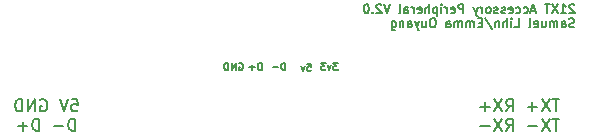
<source format=gbr>
%TF.GenerationSoftware,KiCad,Pcbnew,8.0.4*%
%TF.CreationDate,2025-04-09T21:22:43-04:00*%
%TF.ProjectId,accessory_peripheral,61636365-7373-46f7-9279-5f7065726970,rev?*%
%TF.SameCoordinates,Original*%
%TF.FileFunction,Legend,Bot*%
%TF.FilePolarity,Positive*%
%FSLAX46Y46*%
G04 Gerber Fmt 4.6, Leading zero omitted, Abs format (unit mm)*
G04 Created by KiCad (PCBNEW 8.0.4) date 2025-04-09 21:22:43*
%MOMM*%
%LPD*%
G01*
G04 APERTURE LIST*
%ADD10C,0.150000*%
%ADD11C,0.177800*%
G04 APERTURE END LIST*
D10*
X144279273Y-102835777D02*
X144336416Y-102807206D01*
X144336416Y-102807206D02*
X144422130Y-102807206D01*
X144422130Y-102807206D02*
X144507844Y-102835777D01*
X144507844Y-102835777D02*
X144564987Y-102892920D01*
X144564987Y-102892920D02*
X144593558Y-102950063D01*
X144593558Y-102950063D02*
X144622130Y-103064349D01*
X144622130Y-103064349D02*
X144622130Y-103150063D01*
X144622130Y-103150063D02*
X144593558Y-103264349D01*
X144593558Y-103264349D02*
X144564987Y-103321492D01*
X144564987Y-103321492D02*
X144507844Y-103378635D01*
X144507844Y-103378635D02*
X144422130Y-103407206D01*
X144422130Y-103407206D02*
X144364987Y-103407206D01*
X144364987Y-103407206D02*
X144279273Y-103378635D01*
X144279273Y-103378635D02*
X144250701Y-103350063D01*
X144250701Y-103350063D02*
X144250701Y-103150063D01*
X144250701Y-103150063D02*
X144364987Y-103150063D01*
X143993558Y-103407206D02*
X143993558Y-102807206D01*
X143993558Y-102807206D02*
X143650701Y-103407206D01*
X143650701Y-103407206D02*
X143650701Y-102807206D01*
X143364987Y-103407206D02*
X143364987Y-102807206D01*
X143364987Y-102807206D02*
X143222130Y-102807206D01*
X143222130Y-102807206D02*
X143136416Y-102835777D01*
X143136416Y-102835777D02*
X143079273Y-102892920D01*
X143079273Y-102892920D02*
X143050702Y-102950063D01*
X143050702Y-102950063D02*
X143022130Y-103064349D01*
X143022130Y-103064349D02*
X143022130Y-103150063D01*
X143022130Y-103150063D02*
X143050702Y-103264349D01*
X143050702Y-103264349D02*
X143079273Y-103321492D01*
X143079273Y-103321492D02*
X143136416Y-103378635D01*
X143136416Y-103378635D02*
X143222130Y-103407206D01*
X143222130Y-103407206D02*
X143364987Y-103407206D01*
X146193558Y-103407206D02*
X146193558Y-102807206D01*
X146193558Y-102807206D02*
X146050701Y-102807206D01*
X146050701Y-102807206D02*
X145964987Y-102835777D01*
X145964987Y-102835777D02*
X145907844Y-102892920D01*
X145907844Y-102892920D02*
X145879273Y-102950063D01*
X145879273Y-102950063D02*
X145850701Y-103064349D01*
X145850701Y-103064349D02*
X145850701Y-103150063D01*
X145850701Y-103150063D02*
X145879273Y-103264349D01*
X145879273Y-103264349D02*
X145907844Y-103321492D01*
X145907844Y-103321492D02*
X145964987Y-103378635D01*
X145964987Y-103378635D02*
X146050701Y-103407206D01*
X146050701Y-103407206D02*
X146193558Y-103407206D01*
X145593558Y-103178635D02*
X145136416Y-103178635D01*
X145364987Y-103407206D02*
X145364987Y-102950063D01*
X148193558Y-103407206D02*
X148193558Y-102807206D01*
X148193558Y-102807206D02*
X148050701Y-102807206D01*
X148050701Y-102807206D02*
X147964987Y-102835777D01*
X147964987Y-102835777D02*
X147907844Y-102892920D01*
X147907844Y-102892920D02*
X147879273Y-102950063D01*
X147879273Y-102950063D02*
X147850701Y-103064349D01*
X147850701Y-103064349D02*
X147850701Y-103150063D01*
X147850701Y-103150063D02*
X147879273Y-103264349D01*
X147879273Y-103264349D02*
X147907844Y-103321492D01*
X147907844Y-103321492D02*
X147964987Y-103378635D01*
X147964987Y-103378635D02*
X148050701Y-103407206D01*
X148050701Y-103407206D02*
X148193558Y-103407206D01*
X147593558Y-103178635D02*
X147136416Y-103178635D01*
X150057844Y-102857206D02*
X150343558Y-102857206D01*
X150343558Y-102857206D02*
X150372130Y-103142920D01*
X150372130Y-103142920D02*
X150343558Y-103114349D01*
X150343558Y-103114349D02*
X150286416Y-103085777D01*
X150286416Y-103085777D02*
X150143558Y-103085777D01*
X150143558Y-103085777D02*
X150086416Y-103114349D01*
X150086416Y-103114349D02*
X150057844Y-103142920D01*
X150057844Y-103142920D02*
X150029273Y-103200063D01*
X150029273Y-103200063D02*
X150029273Y-103342920D01*
X150029273Y-103342920D02*
X150057844Y-103400063D01*
X150057844Y-103400063D02*
X150086416Y-103428635D01*
X150086416Y-103428635D02*
X150143558Y-103457206D01*
X150143558Y-103457206D02*
X150286416Y-103457206D01*
X150286416Y-103457206D02*
X150343558Y-103428635D01*
X150343558Y-103428635D02*
X150372130Y-103400063D01*
X149829272Y-103057206D02*
X149686415Y-103457206D01*
X149686415Y-103457206D02*
X149543558Y-103057206D01*
X152650701Y-102807206D02*
X152279273Y-102807206D01*
X152279273Y-102807206D02*
X152479273Y-103035777D01*
X152479273Y-103035777D02*
X152393558Y-103035777D01*
X152393558Y-103035777D02*
X152336416Y-103064349D01*
X152336416Y-103064349D02*
X152307844Y-103092920D01*
X152307844Y-103092920D02*
X152279273Y-103150063D01*
X152279273Y-103150063D02*
X152279273Y-103292920D01*
X152279273Y-103292920D02*
X152307844Y-103350063D01*
X152307844Y-103350063D02*
X152336416Y-103378635D01*
X152336416Y-103378635D02*
X152393558Y-103407206D01*
X152393558Y-103407206D02*
X152564987Y-103407206D01*
X152564987Y-103407206D02*
X152622130Y-103378635D01*
X152622130Y-103378635D02*
X152650701Y-103350063D01*
X152079272Y-103007206D02*
X151936415Y-103407206D01*
X151936415Y-103407206D02*
X151793558Y-103007206D01*
X151622129Y-102807206D02*
X151250701Y-102807206D01*
X151250701Y-102807206D02*
X151450701Y-103035777D01*
X151450701Y-103035777D02*
X151364986Y-103035777D01*
X151364986Y-103035777D02*
X151307844Y-103064349D01*
X151307844Y-103064349D02*
X151279272Y-103092920D01*
X151279272Y-103092920D02*
X151250701Y-103150063D01*
X151250701Y-103150063D02*
X151250701Y-103292920D01*
X151250701Y-103292920D02*
X151279272Y-103350063D01*
X151279272Y-103350063D02*
X151307844Y-103378635D01*
X151307844Y-103378635D02*
X151364986Y-103407206D01*
X151364986Y-103407206D02*
X151536415Y-103407206D01*
X151536415Y-103407206D02*
X151593558Y-103378635D01*
X151593558Y-103378635D02*
X151622129Y-103350063D01*
D11*
X172662769Y-97898391D02*
X172627055Y-97862677D01*
X172627055Y-97862677D02*
X172555627Y-97826963D01*
X172555627Y-97826963D02*
X172377055Y-97826963D01*
X172377055Y-97826963D02*
X172305627Y-97862677D01*
X172305627Y-97862677D02*
X172269912Y-97898391D01*
X172269912Y-97898391D02*
X172234198Y-97969820D01*
X172234198Y-97969820D02*
X172234198Y-98041249D01*
X172234198Y-98041249D02*
X172269912Y-98148391D01*
X172269912Y-98148391D02*
X172698484Y-98576963D01*
X172698484Y-98576963D02*
X172234198Y-98576963D01*
X171519912Y-98576963D02*
X171948483Y-98576963D01*
X171734198Y-98576963D02*
X171734198Y-97826963D01*
X171734198Y-97826963D02*
X171805626Y-97934106D01*
X171805626Y-97934106D02*
X171877055Y-98005534D01*
X171877055Y-98005534D02*
X171948483Y-98041249D01*
X171269912Y-97826963D02*
X170769912Y-98576963D01*
X170769912Y-97826963D02*
X171269912Y-98576963D01*
X170591340Y-97826963D02*
X170162769Y-97826963D01*
X170377054Y-98576963D02*
X170377054Y-97826963D01*
X169377053Y-98362677D02*
X169019911Y-98362677D01*
X169448482Y-98576963D02*
X169198482Y-97826963D01*
X169198482Y-97826963D02*
X168948482Y-98576963D01*
X168377054Y-98541249D02*
X168448482Y-98576963D01*
X168448482Y-98576963D02*
X168591339Y-98576963D01*
X168591339Y-98576963D02*
X168662768Y-98541249D01*
X168662768Y-98541249D02*
X168698482Y-98505534D01*
X168698482Y-98505534D02*
X168734196Y-98434106D01*
X168734196Y-98434106D02*
X168734196Y-98219820D01*
X168734196Y-98219820D02*
X168698482Y-98148391D01*
X168698482Y-98148391D02*
X168662768Y-98112677D01*
X168662768Y-98112677D02*
X168591339Y-98076963D01*
X168591339Y-98076963D02*
X168448482Y-98076963D01*
X168448482Y-98076963D02*
X168377054Y-98112677D01*
X167734197Y-98541249D02*
X167805625Y-98576963D01*
X167805625Y-98576963D02*
X167948482Y-98576963D01*
X167948482Y-98576963D02*
X168019911Y-98541249D01*
X168019911Y-98541249D02*
X168055625Y-98505534D01*
X168055625Y-98505534D02*
X168091339Y-98434106D01*
X168091339Y-98434106D02*
X168091339Y-98219820D01*
X168091339Y-98219820D02*
X168055625Y-98148391D01*
X168055625Y-98148391D02*
X168019911Y-98112677D01*
X168019911Y-98112677D02*
X167948482Y-98076963D01*
X167948482Y-98076963D02*
X167805625Y-98076963D01*
X167805625Y-98076963D02*
X167734197Y-98112677D01*
X167127054Y-98541249D02*
X167198482Y-98576963D01*
X167198482Y-98576963D02*
X167341340Y-98576963D01*
X167341340Y-98576963D02*
X167412768Y-98541249D01*
X167412768Y-98541249D02*
X167448482Y-98469820D01*
X167448482Y-98469820D02*
X167448482Y-98184106D01*
X167448482Y-98184106D02*
X167412768Y-98112677D01*
X167412768Y-98112677D02*
X167341340Y-98076963D01*
X167341340Y-98076963D02*
X167198482Y-98076963D01*
X167198482Y-98076963D02*
X167127054Y-98112677D01*
X167127054Y-98112677D02*
X167091340Y-98184106D01*
X167091340Y-98184106D02*
X167091340Y-98255534D01*
X167091340Y-98255534D02*
X167448482Y-98326963D01*
X166805625Y-98541249D02*
X166734197Y-98576963D01*
X166734197Y-98576963D02*
X166591340Y-98576963D01*
X166591340Y-98576963D02*
X166519911Y-98541249D01*
X166519911Y-98541249D02*
X166484197Y-98469820D01*
X166484197Y-98469820D02*
X166484197Y-98434106D01*
X166484197Y-98434106D02*
X166519911Y-98362677D01*
X166519911Y-98362677D02*
X166591340Y-98326963D01*
X166591340Y-98326963D02*
X166698483Y-98326963D01*
X166698483Y-98326963D02*
X166769911Y-98291249D01*
X166769911Y-98291249D02*
X166805625Y-98219820D01*
X166805625Y-98219820D02*
X166805625Y-98184106D01*
X166805625Y-98184106D02*
X166769911Y-98112677D01*
X166769911Y-98112677D02*
X166698483Y-98076963D01*
X166698483Y-98076963D02*
X166591340Y-98076963D01*
X166591340Y-98076963D02*
X166519911Y-98112677D01*
X166198482Y-98541249D02*
X166127054Y-98576963D01*
X166127054Y-98576963D02*
X165984197Y-98576963D01*
X165984197Y-98576963D02*
X165912768Y-98541249D01*
X165912768Y-98541249D02*
X165877054Y-98469820D01*
X165877054Y-98469820D02*
X165877054Y-98434106D01*
X165877054Y-98434106D02*
X165912768Y-98362677D01*
X165912768Y-98362677D02*
X165984197Y-98326963D01*
X165984197Y-98326963D02*
X166091340Y-98326963D01*
X166091340Y-98326963D02*
X166162768Y-98291249D01*
X166162768Y-98291249D02*
X166198482Y-98219820D01*
X166198482Y-98219820D02*
X166198482Y-98184106D01*
X166198482Y-98184106D02*
X166162768Y-98112677D01*
X166162768Y-98112677D02*
X166091340Y-98076963D01*
X166091340Y-98076963D02*
X165984197Y-98076963D01*
X165984197Y-98076963D02*
X165912768Y-98112677D01*
X165448482Y-98576963D02*
X165519911Y-98541249D01*
X165519911Y-98541249D02*
X165555625Y-98505534D01*
X165555625Y-98505534D02*
X165591339Y-98434106D01*
X165591339Y-98434106D02*
X165591339Y-98219820D01*
X165591339Y-98219820D02*
X165555625Y-98148391D01*
X165555625Y-98148391D02*
X165519911Y-98112677D01*
X165519911Y-98112677D02*
X165448482Y-98076963D01*
X165448482Y-98076963D02*
X165341339Y-98076963D01*
X165341339Y-98076963D02*
X165269911Y-98112677D01*
X165269911Y-98112677D02*
X165234197Y-98148391D01*
X165234197Y-98148391D02*
X165198482Y-98219820D01*
X165198482Y-98219820D02*
X165198482Y-98434106D01*
X165198482Y-98434106D02*
X165234197Y-98505534D01*
X165234197Y-98505534D02*
X165269911Y-98541249D01*
X165269911Y-98541249D02*
X165341339Y-98576963D01*
X165341339Y-98576963D02*
X165448482Y-98576963D01*
X164877054Y-98576963D02*
X164877054Y-98076963D01*
X164877054Y-98219820D02*
X164841340Y-98148391D01*
X164841340Y-98148391D02*
X164805626Y-98112677D01*
X164805626Y-98112677D02*
X164734197Y-98076963D01*
X164734197Y-98076963D02*
X164662768Y-98076963D01*
X164484197Y-98076963D02*
X164305625Y-98576963D01*
X164127054Y-98076963D02*
X164305625Y-98576963D01*
X164305625Y-98576963D02*
X164377054Y-98755534D01*
X164377054Y-98755534D02*
X164412768Y-98791249D01*
X164412768Y-98791249D02*
X164484197Y-98826963D01*
X163269910Y-98576963D02*
X163269910Y-97826963D01*
X163269910Y-97826963D02*
X162984196Y-97826963D01*
X162984196Y-97826963D02*
X162912767Y-97862677D01*
X162912767Y-97862677D02*
X162877053Y-97898391D01*
X162877053Y-97898391D02*
X162841339Y-97969820D01*
X162841339Y-97969820D02*
X162841339Y-98076963D01*
X162841339Y-98076963D02*
X162877053Y-98148391D01*
X162877053Y-98148391D02*
X162912767Y-98184106D01*
X162912767Y-98184106D02*
X162984196Y-98219820D01*
X162984196Y-98219820D02*
X163269910Y-98219820D01*
X162234196Y-98541249D02*
X162305624Y-98576963D01*
X162305624Y-98576963D02*
X162448482Y-98576963D01*
X162448482Y-98576963D02*
X162519910Y-98541249D01*
X162519910Y-98541249D02*
X162555624Y-98469820D01*
X162555624Y-98469820D02*
X162555624Y-98184106D01*
X162555624Y-98184106D02*
X162519910Y-98112677D01*
X162519910Y-98112677D02*
X162448482Y-98076963D01*
X162448482Y-98076963D02*
X162305624Y-98076963D01*
X162305624Y-98076963D02*
X162234196Y-98112677D01*
X162234196Y-98112677D02*
X162198482Y-98184106D01*
X162198482Y-98184106D02*
X162198482Y-98255534D01*
X162198482Y-98255534D02*
X162555624Y-98326963D01*
X161877053Y-98576963D02*
X161877053Y-98076963D01*
X161877053Y-98219820D02*
X161841339Y-98148391D01*
X161841339Y-98148391D02*
X161805625Y-98112677D01*
X161805625Y-98112677D02*
X161734196Y-98076963D01*
X161734196Y-98076963D02*
X161662767Y-98076963D01*
X161412767Y-98576963D02*
X161412767Y-98076963D01*
X161412767Y-97826963D02*
X161448481Y-97862677D01*
X161448481Y-97862677D02*
X161412767Y-97898391D01*
X161412767Y-97898391D02*
X161377053Y-97862677D01*
X161377053Y-97862677D02*
X161412767Y-97826963D01*
X161412767Y-97826963D02*
X161412767Y-97898391D01*
X161055624Y-98076963D02*
X161055624Y-98826963D01*
X161055624Y-98112677D02*
X160984196Y-98076963D01*
X160984196Y-98076963D02*
X160841338Y-98076963D01*
X160841338Y-98076963D02*
X160769910Y-98112677D01*
X160769910Y-98112677D02*
X160734196Y-98148391D01*
X160734196Y-98148391D02*
X160698481Y-98219820D01*
X160698481Y-98219820D02*
X160698481Y-98434106D01*
X160698481Y-98434106D02*
X160734196Y-98505534D01*
X160734196Y-98505534D02*
X160769910Y-98541249D01*
X160769910Y-98541249D02*
X160841338Y-98576963D01*
X160841338Y-98576963D02*
X160984196Y-98576963D01*
X160984196Y-98576963D02*
X161055624Y-98541249D01*
X160377053Y-98576963D02*
X160377053Y-97826963D01*
X160055625Y-98576963D02*
X160055625Y-98184106D01*
X160055625Y-98184106D02*
X160091339Y-98112677D01*
X160091339Y-98112677D02*
X160162767Y-98076963D01*
X160162767Y-98076963D02*
X160269910Y-98076963D01*
X160269910Y-98076963D02*
X160341339Y-98112677D01*
X160341339Y-98112677D02*
X160377053Y-98148391D01*
X159412768Y-98541249D02*
X159484196Y-98576963D01*
X159484196Y-98576963D02*
X159627054Y-98576963D01*
X159627054Y-98576963D02*
X159698482Y-98541249D01*
X159698482Y-98541249D02*
X159734196Y-98469820D01*
X159734196Y-98469820D02*
X159734196Y-98184106D01*
X159734196Y-98184106D02*
X159698482Y-98112677D01*
X159698482Y-98112677D02*
X159627054Y-98076963D01*
X159627054Y-98076963D02*
X159484196Y-98076963D01*
X159484196Y-98076963D02*
X159412768Y-98112677D01*
X159412768Y-98112677D02*
X159377054Y-98184106D01*
X159377054Y-98184106D02*
X159377054Y-98255534D01*
X159377054Y-98255534D02*
X159734196Y-98326963D01*
X159055625Y-98576963D02*
X159055625Y-98076963D01*
X159055625Y-98219820D02*
X159019911Y-98148391D01*
X159019911Y-98148391D02*
X158984197Y-98112677D01*
X158984197Y-98112677D02*
X158912768Y-98076963D01*
X158912768Y-98076963D02*
X158841339Y-98076963D01*
X158269911Y-98576963D02*
X158269911Y-98184106D01*
X158269911Y-98184106D02*
X158305625Y-98112677D01*
X158305625Y-98112677D02*
X158377053Y-98076963D01*
X158377053Y-98076963D02*
X158519911Y-98076963D01*
X158519911Y-98076963D02*
X158591339Y-98112677D01*
X158269911Y-98541249D02*
X158341339Y-98576963D01*
X158341339Y-98576963D02*
X158519911Y-98576963D01*
X158519911Y-98576963D02*
X158591339Y-98541249D01*
X158591339Y-98541249D02*
X158627053Y-98469820D01*
X158627053Y-98469820D02*
X158627053Y-98398391D01*
X158627053Y-98398391D02*
X158591339Y-98326963D01*
X158591339Y-98326963D02*
X158519911Y-98291249D01*
X158519911Y-98291249D02*
X158341339Y-98291249D01*
X158341339Y-98291249D02*
X158269911Y-98255534D01*
X157805625Y-98576963D02*
X157877054Y-98541249D01*
X157877054Y-98541249D02*
X157912768Y-98469820D01*
X157912768Y-98469820D02*
X157912768Y-97826963D01*
X157055625Y-97826963D02*
X156805625Y-98576963D01*
X156805625Y-98576963D02*
X156555625Y-97826963D01*
X156341339Y-97898391D02*
X156305625Y-97862677D01*
X156305625Y-97862677D02*
X156234197Y-97826963D01*
X156234197Y-97826963D02*
X156055625Y-97826963D01*
X156055625Y-97826963D02*
X155984197Y-97862677D01*
X155984197Y-97862677D02*
X155948482Y-97898391D01*
X155948482Y-97898391D02*
X155912768Y-97969820D01*
X155912768Y-97969820D02*
X155912768Y-98041249D01*
X155912768Y-98041249D02*
X155948482Y-98148391D01*
X155948482Y-98148391D02*
X156377054Y-98576963D01*
X156377054Y-98576963D02*
X155912768Y-98576963D01*
X155591339Y-98505534D02*
X155555625Y-98541249D01*
X155555625Y-98541249D02*
X155591339Y-98576963D01*
X155591339Y-98576963D02*
X155627053Y-98541249D01*
X155627053Y-98541249D02*
X155591339Y-98505534D01*
X155591339Y-98505534D02*
X155591339Y-98576963D01*
X155091339Y-97826963D02*
X155019910Y-97826963D01*
X155019910Y-97826963D02*
X154948482Y-97862677D01*
X154948482Y-97862677D02*
X154912768Y-97898391D01*
X154912768Y-97898391D02*
X154877053Y-97969820D01*
X154877053Y-97969820D02*
X154841339Y-98112677D01*
X154841339Y-98112677D02*
X154841339Y-98291249D01*
X154841339Y-98291249D02*
X154877053Y-98434106D01*
X154877053Y-98434106D02*
X154912768Y-98505534D01*
X154912768Y-98505534D02*
X154948482Y-98541249D01*
X154948482Y-98541249D02*
X155019910Y-98576963D01*
X155019910Y-98576963D02*
X155091339Y-98576963D01*
X155091339Y-98576963D02*
X155162768Y-98541249D01*
X155162768Y-98541249D02*
X155198482Y-98505534D01*
X155198482Y-98505534D02*
X155234196Y-98434106D01*
X155234196Y-98434106D02*
X155269910Y-98291249D01*
X155269910Y-98291249D02*
X155269910Y-98112677D01*
X155269910Y-98112677D02*
X155234196Y-97969820D01*
X155234196Y-97969820D02*
X155198482Y-97898391D01*
X155198482Y-97898391D02*
X155162768Y-97862677D01*
X155162768Y-97862677D02*
X155091339Y-97826963D01*
X172662769Y-99748707D02*
X172555627Y-99784421D01*
X172555627Y-99784421D02*
X172377055Y-99784421D01*
X172377055Y-99784421D02*
X172305627Y-99748707D01*
X172305627Y-99748707D02*
X172269912Y-99712992D01*
X172269912Y-99712992D02*
X172234198Y-99641564D01*
X172234198Y-99641564D02*
X172234198Y-99570135D01*
X172234198Y-99570135D02*
X172269912Y-99498707D01*
X172269912Y-99498707D02*
X172305627Y-99462992D01*
X172305627Y-99462992D02*
X172377055Y-99427278D01*
X172377055Y-99427278D02*
X172519912Y-99391564D01*
X172519912Y-99391564D02*
X172591341Y-99355849D01*
X172591341Y-99355849D02*
X172627055Y-99320135D01*
X172627055Y-99320135D02*
X172662769Y-99248707D01*
X172662769Y-99248707D02*
X172662769Y-99177278D01*
X172662769Y-99177278D02*
X172627055Y-99105849D01*
X172627055Y-99105849D02*
X172591341Y-99070135D01*
X172591341Y-99070135D02*
X172519912Y-99034421D01*
X172519912Y-99034421D02*
X172341341Y-99034421D01*
X172341341Y-99034421D02*
X172234198Y-99070135D01*
X171591341Y-99784421D02*
X171591341Y-99391564D01*
X171591341Y-99391564D02*
X171627055Y-99320135D01*
X171627055Y-99320135D02*
X171698483Y-99284421D01*
X171698483Y-99284421D02*
X171841341Y-99284421D01*
X171841341Y-99284421D02*
X171912769Y-99320135D01*
X171591341Y-99748707D02*
X171662769Y-99784421D01*
X171662769Y-99784421D02*
X171841341Y-99784421D01*
X171841341Y-99784421D02*
X171912769Y-99748707D01*
X171912769Y-99748707D02*
X171948483Y-99677278D01*
X171948483Y-99677278D02*
X171948483Y-99605849D01*
X171948483Y-99605849D02*
X171912769Y-99534421D01*
X171912769Y-99534421D02*
X171841341Y-99498707D01*
X171841341Y-99498707D02*
X171662769Y-99498707D01*
X171662769Y-99498707D02*
X171591341Y-99462992D01*
X171234198Y-99784421D02*
X171234198Y-99284421D01*
X171234198Y-99355849D02*
X171198484Y-99320135D01*
X171198484Y-99320135D02*
X171127055Y-99284421D01*
X171127055Y-99284421D02*
X171019912Y-99284421D01*
X171019912Y-99284421D02*
X170948484Y-99320135D01*
X170948484Y-99320135D02*
X170912770Y-99391564D01*
X170912770Y-99391564D02*
X170912770Y-99784421D01*
X170912770Y-99391564D02*
X170877055Y-99320135D01*
X170877055Y-99320135D02*
X170805627Y-99284421D01*
X170805627Y-99284421D02*
X170698484Y-99284421D01*
X170698484Y-99284421D02*
X170627055Y-99320135D01*
X170627055Y-99320135D02*
X170591341Y-99391564D01*
X170591341Y-99391564D02*
X170591341Y-99784421D01*
X169912770Y-99284421D02*
X169912770Y-99784421D01*
X170234198Y-99284421D02*
X170234198Y-99677278D01*
X170234198Y-99677278D02*
X170198484Y-99748707D01*
X170198484Y-99748707D02*
X170127055Y-99784421D01*
X170127055Y-99784421D02*
X170019912Y-99784421D01*
X170019912Y-99784421D02*
X169948484Y-99748707D01*
X169948484Y-99748707D02*
X169912770Y-99712992D01*
X169269913Y-99748707D02*
X169341341Y-99784421D01*
X169341341Y-99784421D02*
X169484199Y-99784421D01*
X169484199Y-99784421D02*
X169555627Y-99748707D01*
X169555627Y-99748707D02*
X169591341Y-99677278D01*
X169591341Y-99677278D02*
X169591341Y-99391564D01*
X169591341Y-99391564D02*
X169555627Y-99320135D01*
X169555627Y-99320135D02*
X169484199Y-99284421D01*
X169484199Y-99284421D02*
X169341341Y-99284421D01*
X169341341Y-99284421D02*
X169269913Y-99320135D01*
X169269913Y-99320135D02*
X169234199Y-99391564D01*
X169234199Y-99391564D02*
X169234199Y-99462992D01*
X169234199Y-99462992D02*
X169591341Y-99534421D01*
X168805627Y-99784421D02*
X168877056Y-99748707D01*
X168877056Y-99748707D02*
X168912770Y-99677278D01*
X168912770Y-99677278D02*
X168912770Y-99034421D01*
X167591341Y-99784421D02*
X167948484Y-99784421D01*
X167948484Y-99784421D02*
X167948484Y-99034421D01*
X167341341Y-99784421D02*
X167341341Y-99284421D01*
X167341341Y-99034421D02*
X167377055Y-99070135D01*
X167377055Y-99070135D02*
X167341341Y-99105849D01*
X167341341Y-99105849D02*
X167305627Y-99070135D01*
X167305627Y-99070135D02*
X167341341Y-99034421D01*
X167341341Y-99034421D02*
X167341341Y-99105849D01*
X166984198Y-99784421D02*
X166984198Y-99034421D01*
X166662770Y-99784421D02*
X166662770Y-99391564D01*
X166662770Y-99391564D02*
X166698484Y-99320135D01*
X166698484Y-99320135D02*
X166769912Y-99284421D01*
X166769912Y-99284421D02*
X166877055Y-99284421D01*
X166877055Y-99284421D02*
X166948484Y-99320135D01*
X166948484Y-99320135D02*
X166984198Y-99355849D01*
X166305627Y-99284421D02*
X166305627Y-99784421D01*
X166305627Y-99355849D02*
X166269913Y-99320135D01*
X166269913Y-99320135D02*
X166198484Y-99284421D01*
X166198484Y-99284421D02*
X166091341Y-99284421D01*
X166091341Y-99284421D02*
X166019913Y-99320135D01*
X166019913Y-99320135D02*
X165984199Y-99391564D01*
X165984199Y-99391564D02*
X165984199Y-99784421D01*
X165091342Y-98998707D02*
X165734199Y-99962992D01*
X164841342Y-99391564D02*
X164591342Y-99391564D01*
X164484199Y-99784421D02*
X164841342Y-99784421D01*
X164841342Y-99784421D02*
X164841342Y-99034421D01*
X164841342Y-99034421D02*
X164484199Y-99034421D01*
X164162771Y-99784421D02*
X164162771Y-99284421D01*
X164162771Y-99355849D02*
X164127057Y-99320135D01*
X164127057Y-99320135D02*
X164055628Y-99284421D01*
X164055628Y-99284421D02*
X163948485Y-99284421D01*
X163948485Y-99284421D02*
X163877057Y-99320135D01*
X163877057Y-99320135D02*
X163841343Y-99391564D01*
X163841343Y-99391564D02*
X163841343Y-99784421D01*
X163841343Y-99391564D02*
X163805628Y-99320135D01*
X163805628Y-99320135D02*
X163734200Y-99284421D01*
X163734200Y-99284421D02*
X163627057Y-99284421D01*
X163627057Y-99284421D02*
X163555628Y-99320135D01*
X163555628Y-99320135D02*
X163519914Y-99391564D01*
X163519914Y-99391564D02*
X163519914Y-99784421D01*
X163162771Y-99784421D02*
X163162771Y-99284421D01*
X163162771Y-99355849D02*
X163127057Y-99320135D01*
X163127057Y-99320135D02*
X163055628Y-99284421D01*
X163055628Y-99284421D02*
X162948485Y-99284421D01*
X162948485Y-99284421D02*
X162877057Y-99320135D01*
X162877057Y-99320135D02*
X162841343Y-99391564D01*
X162841343Y-99391564D02*
X162841343Y-99784421D01*
X162841343Y-99391564D02*
X162805628Y-99320135D01*
X162805628Y-99320135D02*
X162734200Y-99284421D01*
X162734200Y-99284421D02*
X162627057Y-99284421D01*
X162627057Y-99284421D02*
X162555628Y-99320135D01*
X162555628Y-99320135D02*
X162519914Y-99391564D01*
X162519914Y-99391564D02*
X162519914Y-99784421D01*
X161841343Y-99784421D02*
X161841343Y-99391564D01*
X161841343Y-99391564D02*
X161877057Y-99320135D01*
X161877057Y-99320135D02*
X161948485Y-99284421D01*
X161948485Y-99284421D02*
X162091343Y-99284421D01*
X162091343Y-99284421D02*
X162162771Y-99320135D01*
X161841343Y-99748707D02*
X161912771Y-99784421D01*
X161912771Y-99784421D02*
X162091343Y-99784421D01*
X162091343Y-99784421D02*
X162162771Y-99748707D01*
X162162771Y-99748707D02*
X162198485Y-99677278D01*
X162198485Y-99677278D02*
X162198485Y-99605849D01*
X162198485Y-99605849D02*
X162162771Y-99534421D01*
X162162771Y-99534421D02*
X162091343Y-99498707D01*
X162091343Y-99498707D02*
X161912771Y-99498707D01*
X161912771Y-99498707D02*
X161841343Y-99462992D01*
X160769914Y-99034421D02*
X160627057Y-99034421D01*
X160627057Y-99034421D02*
X160555628Y-99070135D01*
X160555628Y-99070135D02*
X160484200Y-99141564D01*
X160484200Y-99141564D02*
X160448485Y-99284421D01*
X160448485Y-99284421D02*
X160448485Y-99534421D01*
X160448485Y-99534421D02*
X160484200Y-99677278D01*
X160484200Y-99677278D02*
X160555628Y-99748707D01*
X160555628Y-99748707D02*
X160627057Y-99784421D01*
X160627057Y-99784421D02*
X160769914Y-99784421D01*
X160769914Y-99784421D02*
X160841343Y-99748707D01*
X160841343Y-99748707D02*
X160912771Y-99677278D01*
X160912771Y-99677278D02*
X160948485Y-99534421D01*
X160948485Y-99534421D02*
X160948485Y-99284421D01*
X160948485Y-99284421D02*
X160912771Y-99141564D01*
X160912771Y-99141564D02*
X160841343Y-99070135D01*
X160841343Y-99070135D02*
X160769914Y-99034421D01*
X159805629Y-99284421D02*
X159805629Y-99784421D01*
X160127057Y-99284421D02*
X160127057Y-99677278D01*
X160127057Y-99677278D02*
X160091343Y-99748707D01*
X160091343Y-99748707D02*
X160019914Y-99784421D01*
X160019914Y-99784421D02*
X159912771Y-99784421D01*
X159912771Y-99784421D02*
X159841343Y-99748707D01*
X159841343Y-99748707D02*
X159805629Y-99712992D01*
X159519915Y-99284421D02*
X159341343Y-99784421D01*
X159162772Y-99284421D02*
X159341343Y-99784421D01*
X159341343Y-99784421D02*
X159412772Y-99962992D01*
X159412772Y-99962992D02*
X159448486Y-99998707D01*
X159448486Y-99998707D02*
X159519915Y-100034421D01*
X158555629Y-99784421D02*
X158555629Y-99391564D01*
X158555629Y-99391564D02*
X158591343Y-99320135D01*
X158591343Y-99320135D02*
X158662771Y-99284421D01*
X158662771Y-99284421D02*
X158805629Y-99284421D01*
X158805629Y-99284421D02*
X158877057Y-99320135D01*
X158555629Y-99748707D02*
X158627057Y-99784421D01*
X158627057Y-99784421D02*
X158805629Y-99784421D01*
X158805629Y-99784421D02*
X158877057Y-99748707D01*
X158877057Y-99748707D02*
X158912771Y-99677278D01*
X158912771Y-99677278D02*
X158912771Y-99605849D01*
X158912771Y-99605849D02*
X158877057Y-99534421D01*
X158877057Y-99534421D02*
X158805629Y-99498707D01*
X158805629Y-99498707D02*
X158627057Y-99498707D01*
X158627057Y-99498707D02*
X158555629Y-99462992D01*
X158198486Y-99284421D02*
X158198486Y-99784421D01*
X158198486Y-99355849D02*
X158162772Y-99320135D01*
X158162772Y-99320135D02*
X158091343Y-99284421D01*
X158091343Y-99284421D02*
X157984200Y-99284421D01*
X157984200Y-99284421D02*
X157912772Y-99320135D01*
X157912772Y-99320135D02*
X157877058Y-99391564D01*
X157877058Y-99391564D02*
X157877058Y-99784421D01*
X157198487Y-99284421D02*
X157198487Y-99891564D01*
X157198487Y-99891564D02*
X157234201Y-99962992D01*
X157234201Y-99962992D02*
X157269915Y-99998707D01*
X157269915Y-99998707D02*
X157341344Y-100034421D01*
X157341344Y-100034421D02*
X157448487Y-100034421D01*
X157448487Y-100034421D02*
X157519915Y-99998707D01*
X157198487Y-99748707D02*
X157269915Y-99784421D01*
X157269915Y-99784421D02*
X157412772Y-99784421D01*
X157412772Y-99784421D02*
X157484201Y-99748707D01*
X157484201Y-99748707D02*
X157519915Y-99712992D01*
X157519915Y-99712992D02*
X157555629Y-99641564D01*
X157555629Y-99641564D02*
X157555629Y-99427278D01*
X157555629Y-99427278D02*
X157519915Y-99355849D01*
X157519915Y-99355849D02*
X157484201Y-99320135D01*
X157484201Y-99320135D02*
X157412772Y-99284421D01*
X157412772Y-99284421D02*
X157269915Y-99284421D01*
X157269915Y-99284421D02*
X157198487Y-99320135D01*
X130113861Y-105889569D02*
X130597671Y-105889569D01*
X130597671Y-105889569D02*
X130646052Y-106373379D01*
X130646052Y-106373379D02*
X130597671Y-106324998D01*
X130597671Y-106324998D02*
X130500909Y-106276617D01*
X130500909Y-106276617D02*
X130259004Y-106276617D01*
X130259004Y-106276617D02*
X130162242Y-106324998D01*
X130162242Y-106324998D02*
X130113861Y-106373379D01*
X130113861Y-106373379D02*
X130065480Y-106470141D01*
X130065480Y-106470141D02*
X130065480Y-106712046D01*
X130065480Y-106712046D02*
X130113861Y-106808808D01*
X130113861Y-106808808D02*
X130162242Y-106857189D01*
X130162242Y-106857189D02*
X130259004Y-106905569D01*
X130259004Y-106905569D02*
X130500909Y-106905569D01*
X130500909Y-106905569D02*
X130597671Y-106857189D01*
X130597671Y-106857189D02*
X130646052Y-106808808D01*
X129775195Y-105889569D02*
X129436528Y-106905569D01*
X129436528Y-106905569D02*
X129097861Y-105889569D01*
X127452909Y-105937950D02*
X127549671Y-105889569D01*
X127549671Y-105889569D02*
X127694814Y-105889569D01*
X127694814Y-105889569D02*
X127839957Y-105937950D01*
X127839957Y-105937950D02*
X127936719Y-106034712D01*
X127936719Y-106034712D02*
X127985100Y-106131474D01*
X127985100Y-106131474D02*
X128033481Y-106324998D01*
X128033481Y-106324998D02*
X128033481Y-106470141D01*
X128033481Y-106470141D02*
X127985100Y-106663665D01*
X127985100Y-106663665D02*
X127936719Y-106760427D01*
X127936719Y-106760427D02*
X127839957Y-106857189D01*
X127839957Y-106857189D02*
X127694814Y-106905569D01*
X127694814Y-106905569D02*
X127598052Y-106905569D01*
X127598052Y-106905569D02*
X127452909Y-106857189D01*
X127452909Y-106857189D02*
X127404528Y-106808808D01*
X127404528Y-106808808D02*
X127404528Y-106470141D01*
X127404528Y-106470141D02*
X127598052Y-106470141D01*
X126969100Y-106905569D02*
X126969100Y-105889569D01*
X126969100Y-105889569D02*
X126388528Y-106905569D01*
X126388528Y-106905569D02*
X126388528Y-105889569D01*
X125904719Y-106905569D02*
X125904719Y-105889569D01*
X125904719Y-105889569D02*
X125662814Y-105889569D01*
X125662814Y-105889569D02*
X125517671Y-105937950D01*
X125517671Y-105937950D02*
X125420909Y-106034712D01*
X125420909Y-106034712D02*
X125372528Y-106131474D01*
X125372528Y-106131474D02*
X125324147Y-106324998D01*
X125324147Y-106324998D02*
X125324147Y-106470141D01*
X125324147Y-106470141D02*
X125372528Y-106663665D01*
X125372528Y-106663665D02*
X125420909Y-106760427D01*
X125420909Y-106760427D02*
X125517671Y-106857189D01*
X125517671Y-106857189D02*
X125662814Y-106905569D01*
X125662814Y-106905569D02*
X125904719Y-106905569D01*
X130404147Y-108541272D02*
X130404147Y-107525272D01*
X130404147Y-107525272D02*
X130162242Y-107525272D01*
X130162242Y-107525272D02*
X130017099Y-107573653D01*
X130017099Y-107573653D02*
X129920337Y-107670415D01*
X129920337Y-107670415D02*
X129871956Y-107767177D01*
X129871956Y-107767177D02*
X129823575Y-107960701D01*
X129823575Y-107960701D02*
X129823575Y-108105844D01*
X129823575Y-108105844D02*
X129871956Y-108299368D01*
X129871956Y-108299368D02*
X129920337Y-108396130D01*
X129920337Y-108396130D02*
X130017099Y-108492892D01*
X130017099Y-108492892D02*
X130162242Y-108541272D01*
X130162242Y-108541272D02*
X130404147Y-108541272D01*
X129388147Y-108154225D02*
X128614052Y-108154225D01*
X127356147Y-108541272D02*
X127356147Y-107525272D01*
X127356147Y-107525272D02*
X127114242Y-107525272D01*
X127114242Y-107525272D02*
X126969099Y-107573653D01*
X126969099Y-107573653D02*
X126872337Y-107670415D01*
X126872337Y-107670415D02*
X126823956Y-107767177D01*
X126823956Y-107767177D02*
X126775575Y-107960701D01*
X126775575Y-107960701D02*
X126775575Y-108105844D01*
X126775575Y-108105844D02*
X126823956Y-108299368D01*
X126823956Y-108299368D02*
X126872337Y-108396130D01*
X126872337Y-108396130D02*
X126969099Y-108492892D01*
X126969099Y-108492892D02*
X127114242Y-108541272D01*
X127114242Y-108541272D02*
X127356147Y-108541272D01*
X126340147Y-108154225D02*
X125566052Y-108154225D01*
X125953099Y-108541272D02*
X125953099Y-107767177D01*
X171395957Y-105889569D02*
X170815385Y-105889569D01*
X171105671Y-106905569D02*
X171105671Y-105889569D01*
X170573481Y-105889569D02*
X169896147Y-106905569D01*
X169896147Y-105889569D02*
X170573481Y-106905569D01*
X169509100Y-106518522D02*
X168735005Y-106518522D01*
X169122052Y-106905569D02*
X169122052Y-106131474D01*
X166896528Y-106905569D02*
X167235195Y-106421760D01*
X167477100Y-106905569D02*
X167477100Y-105889569D01*
X167477100Y-105889569D02*
X167090052Y-105889569D01*
X167090052Y-105889569D02*
X166993290Y-105937950D01*
X166993290Y-105937950D02*
X166944909Y-105986331D01*
X166944909Y-105986331D02*
X166896528Y-106083093D01*
X166896528Y-106083093D02*
X166896528Y-106228236D01*
X166896528Y-106228236D02*
X166944909Y-106324998D01*
X166944909Y-106324998D02*
X166993290Y-106373379D01*
X166993290Y-106373379D02*
X167090052Y-106421760D01*
X167090052Y-106421760D02*
X167477100Y-106421760D01*
X166557862Y-105889569D02*
X165880528Y-106905569D01*
X165880528Y-105889569D02*
X166557862Y-106905569D01*
X165493481Y-106518522D02*
X164719386Y-106518522D01*
X165106433Y-106905569D02*
X165106433Y-106131474D01*
X171395957Y-107525272D02*
X170815385Y-107525272D01*
X171105671Y-108541272D02*
X171105671Y-107525272D01*
X170573481Y-107525272D02*
X169896147Y-108541272D01*
X169896147Y-107525272D02*
X170573481Y-108541272D01*
X169509100Y-108154225D02*
X168735005Y-108154225D01*
X166896528Y-108541272D02*
X167235195Y-108057463D01*
X167477100Y-108541272D02*
X167477100Y-107525272D01*
X167477100Y-107525272D02*
X167090052Y-107525272D01*
X167090052Y-107525272D02*
X166993290Y-107573653D01*
X166993290Y-107573653D02*
X166944909Y-107622034D01*
X166944909Y-107622034D02*
X166896528Y-107718796D01*
X166896528Y-107718796D02*
X166896528Y-107863939D01*
X166896528Y-107863939D02*
X166944909Y-107960701D01*
X166944909Y-107960701D02*
X166993290Y-108009082D01*
X166993290Y-108009082D02*
X167090052Y-108057463D01*
X167090052Y-108057463D02*
X167477100Y-108057463D01*
X166557862Y-107525272D02*
X165880528Y-108541272D01*
X165880528Y-107525272D02*
X166557862Y-108541272D01*
X165493481Y-108154225D02*
X164719386Y-108154225D01*
M02*

</source>
